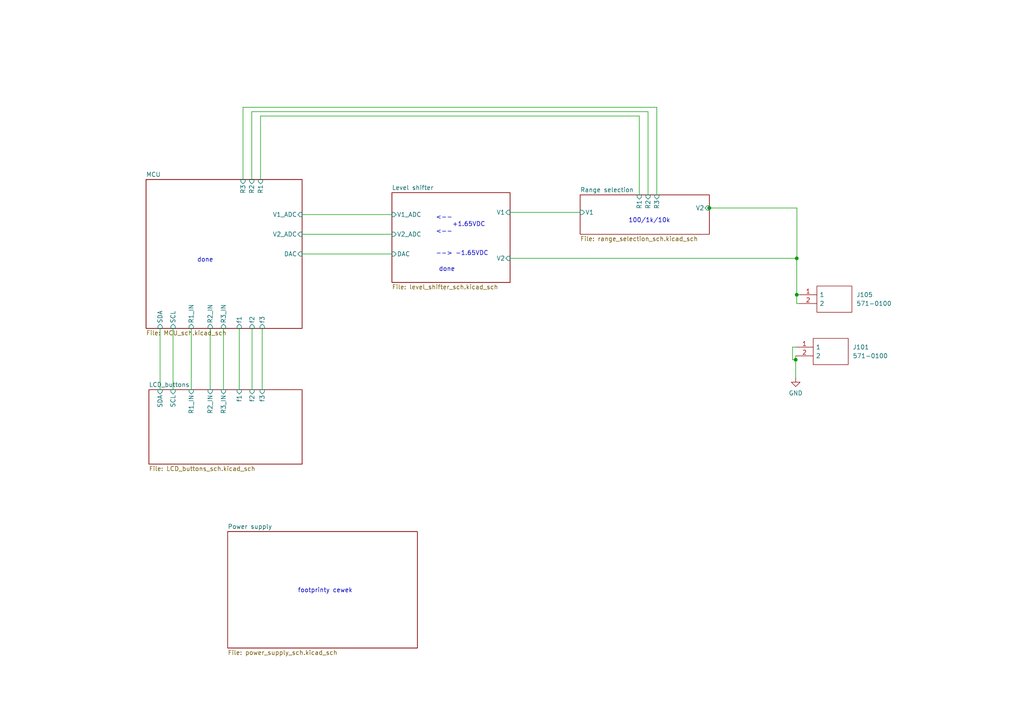
<source format=kicad_sch>
(kicad_sch (version 20211123) (generator eeschema)
  (paper "A4")
  (lib_symbols
    (symbol "SamacSys_Parts:571-0100" (pin_names (offset 0.762))
      (property "Reference" "J" (at 16.51 7.62 0))
      (property "Value" "571-0100" (at 16.51 5.08 0))
      (symbol "571-0100_0_0"
        (pin passive line (at 0 0 0) (length 5.08) (name "1") (number "1"))
        (pin passive line (at 0 -2.54 0) (length 5.08) (name "2") (number "2"))
      )
      (symbol "571-0100_0_1"
        (polyline (pts (xy 5.08 2.54) (xy 15.24 2.54) (xy 15.24 -5.08) (xy 5.08 -5.08) (xy 5.08 2.54)) (stroke (width 0.1524)))
      )
    )
    (symbol "power:GND" (power) (pin_names (offset 0))
      (property "Value" "GND" (at 0 -3.81 0))
      (symbol "GND_0_1"
        (polyline (pts (xy 0 0) (xy 0 -1.27) (xy 1.27 -1.27) (xy 0 -2.54) (xy -1.27 -1.27) (xy 0 -1.27)))
      )
      (symbol "GND_1_1"
        (pin power_in line (at 0 0 270) (length 0) hide (name "GND") (number "1"))
      )
    )
  )
  (junction (at 205.74 60.325))
  (junction (at 231.0892 85.4964))
  (junction (at 231.0892 74.93))
  (junction (at 230.7844 104.3432))
  (wire (pts (xy 147.955 74.93) (xy 231.0892 74.93)))
  (wire (pts (xy 190.5 56.515) (xy 190.5 31.115)))
  (wire (pts (xy 75.565 33.655) (xy 185.42 33.655)))
  (wire (pts (xy 190.5 31.115) (xy 70.485 31.115)))
  (wire (pts (xy 231.0892 85.4964) (xy 231.8512 85.4964)))
  (wire (pts (xy 73.1012 95.25) (xy 73.1012 113.03)))
  (wire (pts (xy 187.96 32.385) (xy 73.025 32.385)))
  (wire (pts (xy 87.63 73.66) (xy 113.665 73.66)))
  (wire (pts (xy 64.8208 95.25) (xy 64.8208 113.03)))
  (wire (pts (xy 69.3928 113.03) (xy 69.3928 95.25)))
  (wire (pts (xy 205.105 60.325) (xy 205.74 60.325)))
  (wire (pts (xy 75.565 52.07) (xy 75.565 33.655)))
  (wire (pts (xy 73.025 32.385) (xy 73.025 52.07)))
  (wire (pts (xy 230.7844 103.2256) (xy 230.7844 104.3432)))
  (wire (pts (xy 229.87 104.3432) (xy 230.7844 104.3432)))
  (wire (pts (xy 87.63 62.23) (xy 113.665 62.23)))
  (wire (pts (xy 185.42 33.655) (xy 185.42 56.515)))
  (wire (pts (xy 187.96 56.515) (xy 187.96 32.385)))
  (wire (pts (xy 231.0892 74.93) (xy 231.0892 85.4964)))
  (wire (pts (xy 50.1904 95.25) (xy 50.1904 113.03)))
  (wire (pts (xy 231.0892 85.4964) (xy 231.0892 88.0364)))
  (wire (pts (xy 147.955 61.595) (xy 168.275 61.595)))
  (wire (pts (xy 231.0892 74.93) (xy 231.14 74.93)))
  (wire (pts (xy 76.0476 95.25) (xy 76.0476 113.03)))
  (wire (pts (xy 60.96 95.25) (xy 60.96 113.03)))
  (wire (pts (xy 229.87 100.6856) (xy 229.87 104.3432)))
  (wire (pts (xy 55.4736 95.25) (xy 55.4736 113.03)))
  (wire (pts (xy 231.14 60.325) (xy 231.14 74.93)))
  (wire (pts (xy 230.7844 104.3432) (xy 230.7844 109.5756)))
  (wire (pts (xy 205.74 60.325) (xy 231.14 60.325)))
  (wire (pts (xy 230.7844 100.6856) (xy 229.87 100.6856)))
  (wire (pts (xy 46.4312 113.03) (xy 46.4312 95.25)))
  (wire (pts (xy 70.485 31.115) (xy 70.485 52.07)))
  (wire (pts (xy 87.63 67.945) (xy 113.665 67.945)))
  (wire (pts (xy 231.0892 88.0364) (xy 231.8512 88.0364)))
  (text "100/1k/10k" (at 182.245 64.77 0) (effects (font (size 1.27 1.27)) (justify left bottom)))
  (text "<-- \n	+1.65VDC\n<--" (at 126.365 67.945 0) (effects (font (size 1.27 1.27)) (justify left bottom)))
  (text "footprinty cewek\n" (at 86.36 172.085 0) (effects (font (size 1.27 1.27)) (justify left bottom)))
  (text "done\n" (at 127.254 78.8924 0) (effects (font (size 1.27 1.27)) (justify left bottom)))
  (text "done\n" (at 57.15 76.2 0) (effects (font (size 1.27 1.27)) (justify left bottom)))
  (text "--> -1.65VDC\n" (at 126.365 74.295 0) (effects (font (size 1.27 1.27)) (justify left bottom)))
  (symbol (lib_id "power:GND") (at 230.7844 109.5756 0) (unit 1)
    (property "Reference" "#PWR0101" (effects hide))
    (property "Value" "GND" (at 230.7844 114.0206 0))
  )
  (symbol (lib_id "SamacSys_Parts:571-0100") (at 231.8512 85.4964 0) (unit 1)
    (property "Reference" "J105" (at 248.3612 85.4963 0) (effects (justify left)))
    (property "Value" "571-0100" (at 248.3612 88.0363 0) (effects (justify left)))
    (property "Footprint" "5710100" (effects hide))
    (property "Datasheet" "https://www.dem-uk.com/deltron-components/Data/Product_Downloads/deltron-571-0100-4mm-90deg-single-socket-data.pdf" (effects hide))
    (property "Description" "Test Sockets SINGLE PCB SOCK BLK" (effects hide))
    (property "Height" "12.4" (effects hide))
    (property "Manufacturer_Name" "DELTRON COMPONENTS" (effects hide))
    (property "Manufacturer_Part_Number" "571-0100" (effects hide))
    (property "Mouser Part Number" "164-6218" (effects hide))
    (property "Mouser Price/Stock" "https://www.mouser.co.uk/ProductDetail/Deltron/571-0100?qs=E2gf03EXmtoqC8%2FBhoPdrg%3D%3D" (effects hide))
  )
  (symbol (lib_id "SamacSys_Parts:571-0100") (at 230.7844 100.6856 0) (unit 1)
    (property "Reference" "J101" (at 247.2944 100.6855 0) (effects (justify left)))
    (property "Value" "571-0100" (at 247.2944 103.2255 0) (effects (justify left)))
    (property "Footprint" "5710100" (effects hide))
    (property "Datasheet" "https://www.dem-uk.com/deltron-components/Data/Product_Downloads/deltron-571-0100-4mm-90deg-single-socket-data.pdf" (effects hide))
    (property "Description" "Test Sockets SINGLE PCB SOCK BLK" (effects hide))
    (property "Height" "12.4" (effects hide))
    (property "Manufacturer_Name" "DELTRON COMPONENTS" (effects hide))
    (property "Manufacturer_Part_Number" "571-0100" (effects hide))
    (property "Mouser Part Number" "164-6218" (effects hide))
    (property "Mouser Price/Stock" "https://www.mouser.co.uk/ProductDetail/Deltron/571-0100?qs=E2gf03EXmtoqC8%2FBhoPdrg%3D%3D" (effects hide))
  )
  (sheet (at 66.04 154.178) (size 55.0164 33.782) (stroke (width 0.1524))
    (property "Sheet name" "Power supply" (at 66.04 153.4664 0) (effects (justify left bottom)))
    (property "Sheet file" "power_supply_sch.kicad_sch" (at 66.04 188.5446 0) (effects (justify left top)))
  )
  (sheet (at 42.3672 52.07) (size 45.2628 43.18) (stroke (width 0.1524))
    (property "Sheet name" "MCU" (at 42.3672 51.3584 0) (effects (justify left bottom)))
    (property "Sheet file" "MCU_sch.kicad_sch" (at 42.3672 95.8346 0) (effects (justify left top)))
    (pin "V1_ADC" input (at 87.63 62.23 0))
    (pin "V2_ADC" input (at 87.63 67.945 0))
    (pin "DAC" input (at 87.63 73.66 0))
    (pin "f3" input (at 76.0476 95.25 270))
    (pin "R1_IN" input (at 55.4736 95.25 270))
    (pin "R2_IN" input (at 60.96 95.25 270))
    (pin "R3_IN" input (at 64.8208 95.25 270))
    (pin "SDA" input (at 46.4312 95.25 270))
    (pin "SCL" input (at 50.1904 95.25 270))
    (pin "R2" input (at 73.025 52.07 90))
    (pin "f1" input (at 69.3928 95.25 270))
    (pin "R3" input (at 70.485 52.07 90))
    (pin "R1" input (at 75.565 52.07 90))
    (pin "f2" input (at 73.1012 95.25 270))
  )
  (sheet (at 43.18 113.03) (size 44.45 21.59) (stroke (width 0.1524))
    (property "Sheet name" "LCD_buttons" (at 43.18 112.3184 0) (effects (justify left bottom)))
    (property "Sheet file" "LCD_buttons_sch.kicad_sch" (at 43.18 135.2046 0) (effects (justify left top)))
    (pin "SCL" input (at 50.1904 113.03 90))
    (pin "SDA" input (at 46.4312 113.03 90))
    (pin "f1" input (at 69.3928 113.03 90))
    (pin "f3" input (at 76.0476 113.03 90))
    (pin "f2" input (at 73.1012 113.03 90))
    (pin "R2_IN" input (at 60.96 113.03 90))
    (pin "R3_IN" input (at 64.8208 113.03 90))
    (pin "R1_IN" input (at 55.4736 113.03 90))
  )
  (sheet (at 113.665 55.88) (size 34.29 26.035) (stroke (width 0.1524))
    (property "Sheet name" "Level shifter" (at 113.665 55.1684 0) (effects (justify left bottom)))
    (property "Sheet file" "level_shifter_sch.kicad_sch" (at 113.665 82.4996 0) (effects (justify left top)))
    (pin "DAC" input (at 113.665 73.66 180))
    (pin "V1" input (at 147.955 61.595 0))
    (pin "V2" input (at 147.955 74.93 0))
    (pin "V1_ADC" input (at 113.665 62.23 180))
    (pin "V2_ADC" input (at 113.665 67.945 180))
  )
  (sheet (at 168.275 56.515) (size 37.465 11.43) (stroke (width 0.1524))
    (property "Sheet name" "Range selection" (at 168.275 55.8034 0) (effects (justify left bottom)))
    (property "Sheet file" "range_selection_sch.kicad_sch" (at 168.275 68.5296 0) (effects (justify left top)))
    (pin "R2" input (at 187.96 56.515 90))
    (pin "R1" input (at 185.42 56.515 90))
    (pin "R3" input (at 190.5 56.515 90))
    (pin "V1" input (at 168.275 61.595 180))
    (pin "V2" input (at 205.74 60.325 0))
  )
)
</source>
